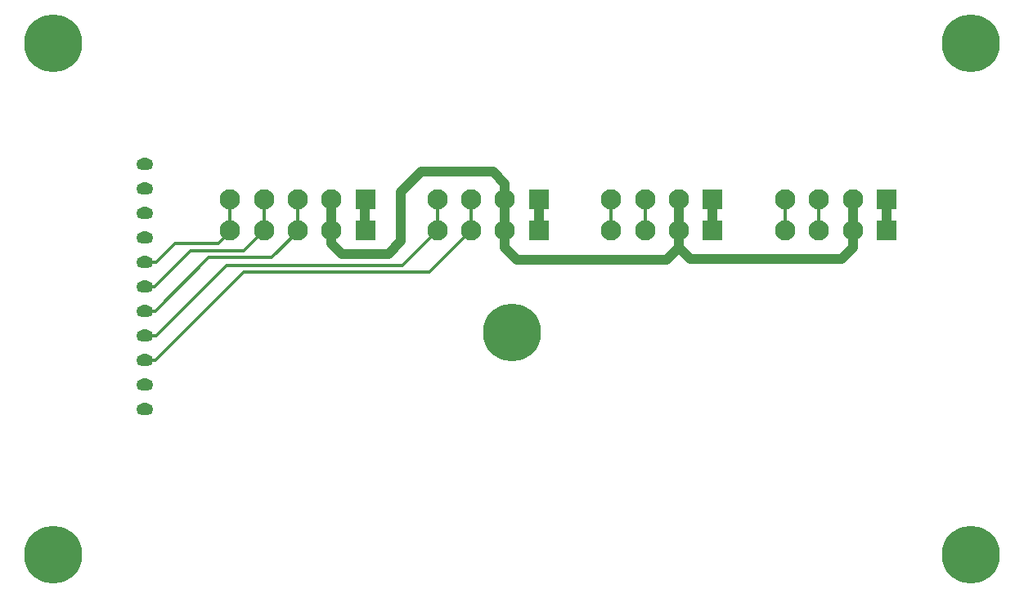
<source format=gbl>
G04*
G04 #@! TF.GenerationSoftware,Altium Limited,CircuitStudio,1.5.2 (30)*
G04*
G04 Layer_Physical_Order=2*
G04 Layer_Color=12500520*
%FSLAX25Y25*%
%MOIN*%
G70*
G01*
G75*
%ADD10C,0.01181*%
%ADD11C,0.03937*%
%ADD12C,0.23622*%
%ADD13C,0.08268*%
%ADD14R,0.08268X0.08268*%
%ADD15O,0.06800X0.05000*%
D10*
X1478114Y1275000D02*
Y1276575D01*
X1474571Y1271457D02*
X1478114Y1275000D01*
X1456854Y1271457D02*
X1474571D01*
X1449138Y1263740D02*
X1456854Y1271457D01*
X1444650Y1263740D02*
X1449138D01*
X1549571Y1262401D02*
X1563744Y1276575D01*
X1560595Y1259646D02*
X1577524Y1276575D01*
X1496224Y1265551D02*
X1505673Y1275000D01*
X1484807Y1268307D02*
X1491894Y1275394D01*
X1479295Y1276575D02*
Y1289173D01*
X1493075Y1276575D02*
Y1289173D01*
X1491894Y1275394D02*
Y1276575D01*
X1506854Y1276575D02*
Y1289173D01*
X1505673Y1275000D02*
Y1276575D01*
X1563744D02*
Y1289173D01*
X1577524Y1276575D02*
Y1289173D01*
X1634610Y1276575D02*
Y1289173D01*
X1648390Y1276575D02*
Y1289173D01*
X1705476Y1276575D02*
Y1289173D01*
X1719256Y1276575D02*
Y1289173D01*
X1448586Y1253740D02*
X1463153Y1268307D01*
X1484807D01*
X1448823Y1243740D02*
X1470634Y1265551D01*
X1496224D01*
X1444650Y1253740D02*
X1448586D01*
X1449059Y1233740D02*
X1477720Y1262401D01*
X1549571D01*
X1448901Y1223740D02*
X1484807Y1259646D01*
X1560595D01*
X1444650Y1223740D02*
X1448901D01*
X1444650Y1233740D02*
X1449059D01*
X1444650Y1243740D02*
X1448823D01*
D11*
X1591303Y1276575D02*
Y1295669D01*
X1586382Y1300591D02*
X1591303Y1295669D01*
X1557248Y1300591D02*
X1586382D01*
X1534216Y1276771D02*
Y1289173D01*
X1605083Y1276575D02*
Y1289173D01*
X1675949Y1276575D02*
Y1289173D01*
X1746815Y1276575D02*
Y1289173D01*
X1662169Y1276575D02*
Y1289173D01*
X1733035Y1276575D02*
Y1289173D01*
X1591303Y1269685D02*
Y1276575D01*
Y1269685D02*
X1596224Y1264764D01*
X1657248D01*
X1662169Y1269685D01*
Y1276575D01*
Y1269685D02*
X1666697Y1265157D01*
X1728508D01*
X1733035Y1269685D01*
Y1276575D01*
X1520634Y1271457D02*
Y1276575D01*
Y1271457D02*
X1524964Y1267126D01*
X1543862D01*
X1520437Y1276771D02*
Y1289173D01*
X1543862Y1267126D02*
X1548980Y1272244D01*
Y1292323D01*
X1557248Y1300591D01*
D12*
X1594256Y1234842D02*
D03*
X1407248Y1352953D02*
D03*
Y1144291D02*
D03*
X1781264Y1352953D02*
D03*
Y1144291D02*
D03*
D13*
X1563744Y1276575D02*
D03*
X1577524D02*
D03*
X1591303D02*
D03*
X1634610D02*
D03*
X1648390D02*
D03*
X1662169D02*
D03*
X1705476D02*
D03*
X1719256D02*
D03*
X1733035D02*
D03*
X1506854D02*
D03*
X1520634D02*
D03*
X1493075D02*
D03*
X1479295D02*
D03*
X1479295Y1289173D02*
D03*
X1493075D02*
D03*
X1520634D02*
D03*
X1506854D02*
D03*
X1591303D02*
D03*
X1577524D02*
D03*
X1563744D02*
D03*
X1662169D02*
D03*
X1648390D02*
D03*
X1634610D02*
D03*
X1733035D02*
D03*
X1719256D02*
D03*
X1705476D02*
D03*
D14*
X1605083Y1276575D02*
D03*
X1675949D02*
D03*
X1746815D02*
D03*
X1534413D02*
D03*
X1534413Y1289173D02*
D03*
X1605083D02*
D03*
X1675949D02*
D03*
X1746815D02*
D03*
D15*
X1444650Y1203740D02*
D03*
Y1213740D02*
D03*
Y1223740D02*
D03*
Y1233740D02*
D03*
Y1253740D02*
D03*
Y1243740D02*
D03*
Y1293740D02*
D03*
Y1303740D02*
D03*
Y1283740D02*
D03*
Y1273740D02*
D03*
Y1263740D02*
D03*
M02*

</source>
